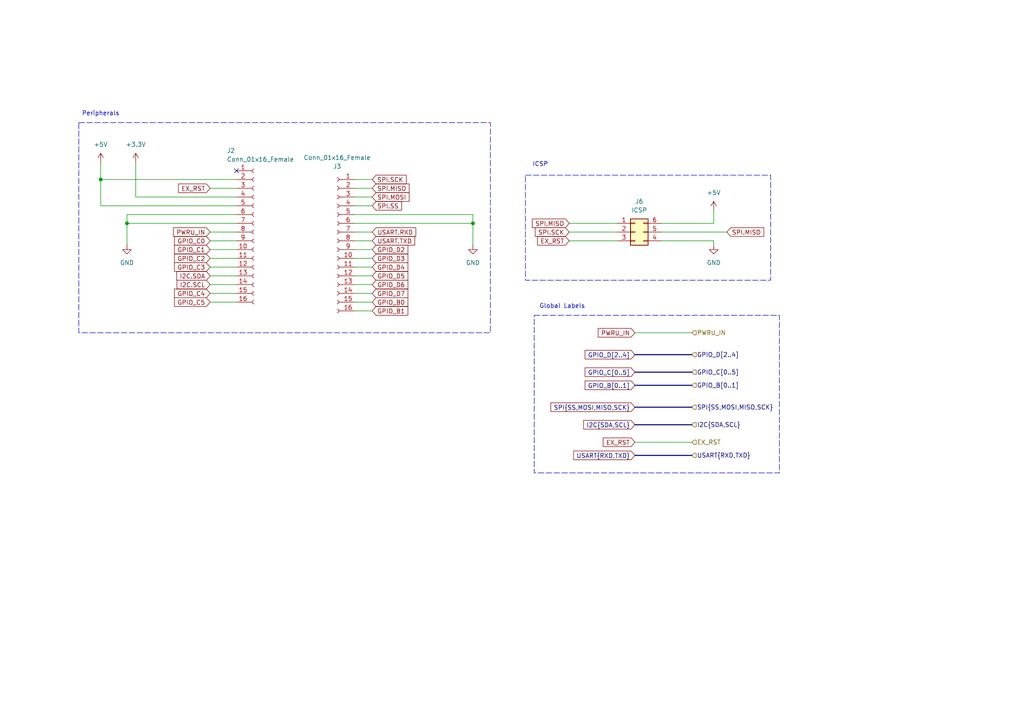
<source format=kicad_sch>
(kicad_sch (version 20231120) (generator "eeschema") (generator_version "8.0")
  (paper "A4")
  (lib_symbols
    (symbol "Connector:Conn_01x16_Socket" (pin_names (offset 1.016) hide)
      (property "Reference" "J" (at 0 20.32 0))
      (property "Value" "Conn_01x16_Socket" (at 0 -22.86 0))
      (symbol "Conn_01x16_Socket_1_1"
        (arc (start 0 -19.812) (mid -0.5058 -20.32) (end 0 -20.828) (stroke (width 0.1524)))
        (arc (start 0 -17.272) (mid -0.5058 -17.78) (end 0 -18.288) (stroke (width 0.1524)))
        (arc (start 0 -14.732) (mid -0.5058 -15.24) (end 0 -15.748) (stroke (width 0.1524)))
        (arc (start 0 -12.192) (mid -0.5058 -12.7) (end 0 -13.208) (stroke (width 0.1524)))
        (arc (start 0 -9.652) (mid -0.5058 -10.16) (end 0 -10.668) (stroke (width 0.1524)))
        (arc (start 0 -7.112) (mid -0.5058 -7.62) (end 0 -8.128) (stroke (width 0.1524)))
        (arc (start 0 -4.572) (mid -0.5058 -5.08) (end 0 -5.588) (stroke (width 0.1524)))
        (arc (start 0 -2.032) (mid -0.5058 -2.54) (end 0 -3.048) (stroke (width 0.1524)))
        (polyline (pts (xy -1.27 -20.32) (xy -0.508 -20.32)) (stroke (width 0.1524)))
        (polyline (pts (xy -1.27 -17.78) (xy -0.508 -17.78)) (stroke (width 0.1524)))
        (polyline (pts (xy -1.27 -15.24) (xy -0.508 -15.24)) (stroke (width 0.1524)))
        (polyline (pts (xy -1.27 -12.7) (xy -0.508 -12.7)) (stroke (width 0.1524)))
        (polyline (pts (xy -1.27 -10.16) (xy -0.508 -10.16)) (stroke (width 0.1524)))
        (polyline (pts (xy -1.27 -7.62) (xy -0.508 -7.62)) (stroke (width 0.1524)))
        (polyline (pts (xy -1.27 -5.08) (xy -0.508 -5.08)) (stroke (width 0.1524)))
        (polyline (pts (xy -1.27 -2.54) (xy -0.508 -2.54)) (stroke (width 0.1524)))
        (polyline (pts (xy -1.27 0) (xy -0.508 0)) (stroke (width 0.1524)))
        (polyline (pts (xy -1.27 2.54) (xy -0.508 2.54)) (stroke (width 0.1524)))
        (polyline (pts (xy -1.27 5.08) (xy -0.508 5.08)) (stroke (width 0.1524)))
        (polyline (pts (xy -1.27 7.62) (xy -0.508 7.62)) (stroke (width 0.1524)))
        (polyline (pts (xy -1.27 10.16) (xy -0.508 10.16)) (stroke (width 0.1524)))
        (polyline (pts (xy -1.27 12.7) (xy -0.508 12.7)) (stroke (width 0.1524)))
        (polyline (pts (xy -1.27 15.24) (xy -0.508 15.24)) (stroke (width 0.1524)))
        (polyline (pts (xy -1.27 17.78) (xy -0.508 17.78)) (stroke (width 0.1524)))
        (arc (start 0 0.508) (mid -0.5058 0) (end 0 -0.508) (stroke (width 0.1524)))
        (arc (start 0 3.048) (mid -0.5058 2.54) (end 0 2.032) (stroke (width 0.1524)))
        (arc (start 0 5.588) (mid -0.5058 5.08) (end 0 4.572) (stroke (width 0.1524)))
        (arc (start 0 8.128) (mid -0.5058 7.62) (end 0 7.112) (stroke (width 0.1524)))
        (arc (start 0 10.668) (mid -0.5058 10.16) (end 0 9.652) (stroke (width 0.1524)))
        (arc (start 0 13.208) (mid -0.5058 12.7) (end 0 12.192) (stroke (width 0.1524)))
        (arc (start 0 15.748) (mid -0.5058 15.24) (end 0 14.732) (stroke (width 0.1524)))
        (arc (start 0 18.288) (mid -0.5058 17.78) (end 0 17.272) (stroke (width 0.1524)))
        (pin passive line (at -5.08 17.78 0) (length 3.81) (name "Pin_1") (number "1"))
        (pin passive line (at -5.08 -5.08 0) (length 3.81) (name "Pin_10") (number "10"))
        (pin passive line (at -5.08 -7.62 0) (length 3.81) (name "Pin_11") (number "11"))
        (pin passive line (at -5.08 -10.16 0) (length 3.81) (name "Pin_12") (number "12"))
        (pin passive line (at -5.08 -12.7 0) (length 3.81) (name "Pin_13") (number "13"))
        (pin passive line (at -5.08 -15.24 0) (length 3.81) (name "Pin_14") (number "14"))
        (pin passive line (at -5.08 -17.78 0) (length 3.81) (name "Pin_15") (number "15"))
        (pin passive line (at -5.08 -20.32 0) (length 3.81) (name "Pin_16") (number "16"))
        (pin passive line (at -5.08 15.24 0) (length 3.81) (name "Pin_2") (number "2"))
        (pin passive line (at -5.08 12.7 0) (length 3.81) (name "Pin_3") (number "3"))
        (pin passive line (at -5.08 10.16 0) (length 3.81) (name "Pin_4") (number "4"))
        (pin passive line (at -5.08 7.62 0) (length 3.81) (name "Pin_5") (number "5"))
        (pin passive line (at -5.08 5.08 0) (length 3.81) (name "Pin_6") (number "6"))
        (pin passive line (at -5.08 2.54 0) (length 3.81) (name "Pin_7") (number "7"))
        (pin passive line (at -5.08 0 0) (length 3.81) (name "Pin_8") (number "8"))
        (pin passive line (at -5.08 -2.54 0) (length 3.81) (name "Pin_9") (number "9"))
      )
    )
    (symbol "Connector_Generic:Conn_02x03_Counter_Clockwise" (pin_names (offset 1.016) hide)
      (property "Reference" "J" (at 1.27 5.08 0))
      (property "Value" "Conn_02x03_Counter_Clockwise" (at 1.27 -5.08 0))
      (symbol "Conn_02x03_Counter_Clockwise_1_1"
        (rectangle (start -1.27 -2.413) (end 0 -2.667) (stroke (width 0.1524)))
        (rectangle (start -1.27 0.127) (end 0 -0.127) (stroke (width 0.1524)))
        (rectangle (start -1.27 2.667) (end 0 2.413) (stroke (width 0.1524)))
        (rectangle (start -1.27 3.81) (end 3.81 -3.81) (stroke (width 0.254)) (fill (type background)))
        (rectangle (start 3.81 -2.413) (end 2.54 -2.667) (stroke (width 0.1524)))
        (rectangle (start 3.81 0.127) (end 2.54 -0.127) (stroke (width 0.1524)))
        (rectangle (start 3.81 2.667) (end 2.54 2.413) (stroke (width 0.1524)))
        (pin passive line (at -5.08 2.54 0) (length 3.81) (name "Pin_1") (number "1"))
        (pin passive line (at -5.08 0 0) (length 3.81) (name "Pin_2") (number "2"))
        (pin passive line (at -5.08 -2.54 0) (length 3.81) (name "Pin_3") (number "3"))
        (pin passive line (at 7.62 -2.54 180) (length 3.81) (name "Pin_4") (number "4"))
        (pin passive line (at 7.62 0 180) (length 3.81) (name "Pin_5") (number "5"))
        (pin passive line (at 7.62 2.54 180) (length 3.81) (name "Pin_6") (number "6"))
      )
    )
    (symbol "power:+3.3V" (power) (pin_numbers hide) (pin_names (offset 0) hide)
      (property "Value" "+3.3V" (at 0 3.556 0))
      (symbol "+3.3V_0_1"
        (polyline (pts (xy -0.762 1.27) (xy 0 2.54)))
        (polyline (pts (xy 0 0) (xy 0 2.54)))
        (polyline (pts (xy 0 2.54) (xy 0.762 1.27)))
      )
      (symbol "+3.3V_1_1"
        (pin power_in line (at 0 0 90) (length 0) (name "~") (number "1"))
      )
    )
    (symbol "power:+5V" (power) (pin_numbers hide) (pin_names (offset 0) hide)
      (property "Value" "+5V" (at 0 3.556 0))
      (symbol "+5V_0_1"
        (polyline (pts (xy -0.762 1.27) (xy 0 2.54)))
        (polyline (pts (xy 0 0) (xy 0 2.54)))
        (polyline (pts (xy 0 2.54) (xy 0.762 1.27)))
      )
      (symbol "+5V_1_1"
        (pin power_in line (at 0 0 90) (length 0) (name "~") (number "1"))
      )
    )
    (symbol "power:GND" (power) (pin_numbers hide) (pin_names (offset 0) hide)
      (property "Value" "GND" (at 0 -3.81 0))
      (symbol "GND_0_1"
        (polyline (pts (xy 0 0) (xy 0 -1.27) (xy 1.27 -1.27) (xy 0 -2.54) (xy -1.27 -1.27) (xy 0 -1.27)))
      )
      (symbol "GND_1_1"
        (pin power_in line (at 0 0 270) (length 0) (name "~") (number "1"))
      )
    )
  )
  (junction (at 36.83 64.77))
  (junction (at 137.16 64.77))
  (junction (at 29.21 52.07))
  (no_connect (at 68.58 49.53))
  (wire (pts (xy 102.87 57.15) (xy 107.95 57.15)))
  (wire (pts (xy 102.87 59.69) (xy 107.95 59.69)))
  (wire (pts (xy 60.96 85.09) (xy 68.58 85.09)))
  (wire (pts (xy 60.96 67.31) (xy 68.58 67.31)))
  (wire (pts (xy 191.77 67.31) (xy 210.82 67.31)))
  (wire (pts (xy 102.87 82.55) (xy 107.95 82.55)))
  (bus (pts (xy 184.15 118.11) (xy 200.66 118.11)))
  (wire (pts (xy 191.77 69.85) (xy 207.01 69.85)))
  (wire (pts (xy 29.21 52.07) (xy 68.58 52.07)))
  (wire (pts (xy 102.87 74.93) (xy 107.95 74.93)))
  (wire (pts (xy 60.96 82.55) (xy 68.58 82.55)))
  (wire (pts (xy 60.96 72.39) (xy 68.58 72.39)))
  (wire (pts (xy 184.15 128.27) (xy 200.66 128.27)))
  (wire (pts (xy 102.87 85.09) (xy 107.95 85.09)))
  (wire (pts (xy 68.58 62.23) (xy 36.83 62.23)))
  (wire (pts (xy 137.16 64.77) (xy 137.16 71.12)))
  (wire (pts (xy 60.96 69.85) (xy 68.58 69.85)))
  (wire (pts (xy 137.16 62.23) (xy 137.16 64.77)))
  (wire (pts (xy 102.87 77.47) (xy 107.95 77.47)))
  (wire (pts (xy 191.77 64.77) (xy 207.01 64.77)))
  (wire (pts (xy 102.87 54.61) (xy 107.95 54.61)))
  (bus (pts (xy 184.15 107.95) (xy 200.66 107.95)))
  (wire (pts (xy 102.87 72.39) (xy 107.95 72.39)))
  (wire (pts (xy 102.87 80.01) (xy 107.95 80.01)))
  (wire (pts (xy 102.87 90.17) (xy 107.95 90.17)))
  (bus (pts (xy 184.15 123.19) (xy 200.66 123.19)))
  (wire (pts (xy 36.83 62.23) (xy 36.83 64.77)))
  (wire (pts (xy 102.87 69.85) (xy 107.95 69.85)))
  (wire (pts (xy 165.1 69.85) (xy 179.07 69.85)))
  (wire (pts (xy 68.58 64.77) (xy 36.83 64.77)))
  (wire (pts (xy 165.1 67.31) (xy 179.07 67.31)))
  (wire (pts (xy 60.96 80.01) (xy 68.58 80.01)))
  (wire (pts (xy 207.01 69.85) (xy 207.01 71.12)))
  (wire (pts (xy 60.96 77.47) (xy 68.58 77.47)))
  (wire (pts (xy 60.96 87.63) (xy 68.58 87.63)))
  (wire (pts (xy 39.37 46.99) (xy 39.37 57.15)))
  (wire (pts (xy 102.87 67.31) (xy 107.95 67.31)))
  (bus (pts (xy 184.15 111.76) (xy 200.66 111.76)))
  (wire (pts (xy 102.87 62.23) (xy 137.16 62.23)))
  (wire (pts (xy 60.96 74.93) (xy 68.58 74.93)))
  (wire (pts (xy 102.87 64.77) (xy 137.16 64.77)))
  (wire (pts (xy 207.01 64.77) (xy 207.01 60.96)))
  (bus (pts (xy 184.15 102.87) (xy 200.66 102.87)))
  (wire (pts (xy 68.58 59.69) (xy 29.21 59.69)))
  (wire (pts (xy 39.37 57.15) (xy 68.58 57.15)))
  (wire (pts (xy 60.96 54.61) (xy 68.58 54.61)))
  (wire (pts (xy 165.1 64.77) (xy 179.07 64.77)))
  (wire (pts (xy 36.83 64.77) (xy 36.83 71.12)))
  (wire (pts (xy 184.15 96.52) (xy 200.66 96.52)))
  (wire (pts (xy 29.21 52.07) (xy 29.21 59.69)))
  (wire (pts (xy 29.21 46.99) (xy 29.21 52.07)))
  (wire (pts (xy 102.87 52.07) (xy 107.95 52.07)))
  (wire (pts (xy 102.87 87.63) (xy 107.95 87.63)))
  (bus (pts (xy 184.15 132.08) (xy 200.66 132.08)))
  (rectangle (start 22.86 35.56) (end 142.24 96.52) (stroke (width 0) (type dash)))
  (rectangle (start 154.94 91.44) (end 226.06 137.16) (stroke (width 0) (type dash)))
  (rectangle (start 152.4 50.8) (end 223.52 81.28) (stroke (width 0) (type dash)))
  (text "Peripherals" (at 29.21 33.02 0) (effects (font (size 1.27 1.27))))
  (text "Global Labels\n" (at 163.068 88.9 0) (effects (font (size 1.27 1.27))))
  (text "ICSP\n" (at 156.718 47.752 0) (effects (font (size 1.27 1.27))))
  (global_label "GPIO_C4" (shape input) (at 60.96 85.09 180) (property "Intersheetrefs" "${INTERSHEET_REFS}" (effects (hide yes))))
  (global_label "I2C{SDA,SCL}" (shape input) (at 184.15 123.19 180) (property "Intersheetrefs" "${INTERSHEET_REFS}" (effects (hide yes))))
  (global_label "USART.TXD" (shape input) (at 107.95 69.85 0) (property "Intersheetrefs" "${INTERSHEET_REFS}" (effects (hide yes))))
  (global_label "GPIO_C2" (shape input) (at 60.96 74.93 180) (property "Intersheetrefs" "${INTERSHEET_REFS}" (effects (hide yes))))
  (global_label "USART{RXD,TXD}" (shape input) (at 184.15 132.08 180) (property "Intersheetrefs" "${INTERSHEET_REFS}" (effects (hide yes))))
  (global_label "SPI.SCK" (shape input) (at 107.95 52.07 0) (property "Intersheetrefs" "${INTERSHEET_REFS}" (effects (hide yes))))
  (global_label "GPIO_D6" (shape input) (at 107.95 82.55 0) (property "Intersheetrefs" "${INTERSHEET_REFS}" (effects (hide yes))))
  (global_label "GPIO_C0" (shape input) (at 60.96 69.85 180) (property "Intersheetrefs" "${INTERSHEET_REFS}" (effects (hide yes))))
  (global_label "I2C.SDA" (shape input) (at 60.96 80.01 180) (property "Intersheetrefs" "${INTERSHEET_REFS}" (effects (hide yes))))
  (global_label "GPIO_D4" (shape input) (at 107.95 77.47 0) (property "Intersheetrefs" "${INTERSHEET_REFS}" (effects (hide yes))))
  (global_label "USART.RXD" (shape input) (at 107.95 67.31 0) (property "Intersheetrefs" "${INTERSHEET_REFS}" (effects (hide yes))))
  (global_label "PWRU_IN" (shape input) (at 60.96 67.31 180) (property "Intersheetrefs" "${INTERSHEET_REFS}" (effects (hide yes))))
  (global_label "SPI.MOSI" (shape input) (at 107.95 57.15 0) (property "Intersheetrefs" "${INTERSHEET_REFS}" (effects (hide yes))))
  (global_label "GPIO_B1" (shape input) (at 107.95 90.17 0) (property "Intersheetrefs" "${INTERSHEET_REFS}" (effects (hide yes))))
  (global_label "GPIO_C[0..5]" (shape input) (at 184.15 107.95 180) (property "Intersheetrefs" "${INTERSHEET_REFS}" (effects (hide yes))))
  (global_label "SPI.SS" (shape input) (at 107.95 59.69 0) (property "Intersheetrefs" "${INTERSHEET_REFS}" (effects (hide yes))))
  (global_label "EX_RST" (shape input) (at 184.15 128.27 180) (property "Intersheetrefs" "${INTERSHEET_REFS}" (effects (hide yes))))
  (global_label "SPI{SS,MOSI,MISO,SCK}" (shape input) (at 184.15 118.11 180) (property "Intersheetrefs" "${INTERSHEET_REFS}" (effects (hide yes))))
  (global_label "GPIO_B[0..1]" (shape input) (at 184.15 111.76 180) (property "Intersheetrefs" "${INTERSHEET_REFS}" (effects (hide yes))))
  (global_label "SPI.MISO" (shape input) (at 210.82 67.31 0) (property "Intersheetrefs" "${INTERSHEET_REFS}" (effects (hide yes))))
  (global_label "GPIO_C3" (shape input) (at 60.96 77.47 180) (property "Intersheetrefs" "${INTERSHEET_REFS}" (effects (hide yes))))
  (global_label "GPIO_D2" (shape input) (at 107.95 72.39 0) (property "Intersheetrefs" "${INTERSHEET_REFS}" (effects (hide yes))))
  (global_label "I2C.SCL" (shape input) (at 60.96 82.55 180) (property "Intersheetrefs" "${INTERSHEET_REFS}" (effects (hide yes))))
  (global_label "SPI.SCK" (shape input) (at 165.1 67.31 180) (property "Intersheetrefs" "${INTERSHEET_REFS}" (effects (hide yes))))
  (global_label "EX_RST" (shape input) (at 60.96 54.61 180) (property "Intersheetrefs" "${INTERSHEET_REFS}" (effects (hide yes))))
  (global_label "PWRU_IN" (shape input) (at 184.15 96.52 180) (property "Intersheetrefs" "${INTERSHEET_REFS}" (effects (hide yes))))
  (global_label "GPIO_D7" (shape input) (at 107.95 85.09 0) (property "Intersheetrefs" "${INTERSHEET_REFS}" (effects (hide yes))))
  (global_label "EX_RST" (shape input) (at 165.1 69.85 180) (property "Intersheetrefs" "${INTERSHEET_REFS}" (effects (hide yes))))
  (global_label "GPIO_D5" (shape input) (at 107.95 80.01 0) (property "Intersheetrefs" "${INTERSHEET_REFS}" (effects (hide yes))))
  (global_label "GPIO_D3" (shape input) (at 107.95 74.93 0) (property "Intersheetrefs" "${INTERSHEET_REFS}" (effects (hide yes))))
  (global_label "GPIO_C5" (shape input) (at 60.96 87.63 180) (property "Intersheetrefs" "${INTERSHEET_REFS}" (effects (hide yes))))
  (global_label "GPIO_C1" (shape input) (at 60.96 72.39 180) (property "Intersheetrefs" "${INTERSHEET_REFS}" (effects (hide yes))))
  (global_label "GPIO_D[2..4]" (shape input) (at 184.15 102.87 180) (property "Intersheetrefs" "${INTERSHEET_REFS}" (effects (hide yes))))
  (global_label "SPI.MISO" (shape input) (at 107.95 54.61 0) (property "Intersheetrefs" "${INTERSHEET_REFS}" (effects (hide yes))))
  (global_label "GPIO_B0" (shape input) (at 107.95 87.63 0) (property "Intersheetrefs" "${INTERSHEET_REFS}" (effects (hide yes))))
  (global_label "SPI.MISO" (shape input) (at 165.1 64.77 180) (property "Intersheetrefs" "${INTERSHEET_REFS}" (effects (hide yes))))
  (hierarchical_label "EX_RST" (shape input) (at 200.66 128.27 0))
  (hierarchical_label "USART{RXD,TXD}" (shape input) (at 200.66 132.08 0))
  (hierarchical_label "PWRU_IN" (shape input) (at 200.66 96.52 0))
  (hierarchical_label "GPIO_C[0..5]" (shape input) (at 200.66 107.95 0))
  (hierarchical_label "I2C{SDA,SCL}" (shape input) (at 200.66 123.19 0))
  (hierarchical_label "GPIO_B[0..1]" (shape input) (at 200.66 111.76 0))
  (hierarchical_label "GPIO_D[2..4]" (shape input) (at 200.66 102.87 0))
  (hierarchical_label "SPI{SS,MOSI,MISO,SCK}" (shape input) (at 200.66 118.11 0))
  (symbol (lib_id "Connector:Conn_01x16_Socket") (at 97.79 69.85 0) (mirror y) (unit 1)
    (property "Reference" "J3" (at 97.79 48.26 0))
    (property "Value" "Conn_01x16_Female" (at 97.79 45.72 0))
    (property "Footprint" "Connector_PinHeader_2.54mm:PinHeader_1x16_P2.54mm_Vertical" (effects (hide yes)))
    (property "Description" "Generic connector, single row, 01x16, script generated" (effects (hide yes)))
  )
  (symbol (lib_id "power:GND") (at 137.16 71.12 0) (unit 1)
    (property "Reference" "#PWR031" (effects (hide yes)))
    (property "Value" "GND" (at 137.16 76.2 0))
    (property "Description" "Power symbol creates a global label with name \"GND\" , ground" (effects (hide yes)))
  )
  (symbol (lib_id "power:GND") (at 36.83 71.12 0) (unit 1)
    (property "Reference" "#PWR032" (effects (hide yes)))
    (property "Value" "GND" (at 36.83 76.2 0))
    (property "Description" "Power symbol creates a global label with name \"GND\" , ground" (effects (hide yes)))
  )
  (symbol (lib_id "power:+5V") (at 207.01 60.96 0) (unit 1)
    (property "Reference" "#PWR035" (effects (hide yes)))
    (property "Value" "+5V" (at 207.01 55.88 0))
    (property "Description" "Power symbol creates a global label with name \"+5V\"" (effects (hide yes)))
  )
  (symbol (lib_id "power:GND") (at 207.01 71.12 0) (unit 1)
    (property "Reference" "#PWR036" (effects (hide yes)))
    (property "Value" "GND" (at 207.01 76.2 0))
    (property "Description" "Power symbol creates a global label with name \"GND\" , ground" (effects (hide yes)))
  )
  (symbol (lib_id "Connector_Generic:Conn_02x03_Counter_Clockwise") (at 184.15 67.31 0) (unit 1)
    (property "Reference" "J6" (at 185.42 58.42 0))
    (property "Value" "ICSP" (at 185.42 60.96 0))
    (property "Footprint" "Connector_PinSocket_2.54mm:PinSocket_2x03_P2.54mm_Vertical" (effects (hide yes)))
    (property "Description" "Generic connector, double row, 02x03, counter clockwise pin numbering scheme (similar to DIP package numbering), script generated (kicad-library-utils/schlib/autogen/connector/)" (effects (hide yes)))
  )
  (symbol (lib_id "power:+5V") (at 29.21 46.99 0) (unit 1)
    (property "Reference" "#PWR033" (effects (hide yes)))
    (property "Value" "+5V" (at 29.21 41.91 0))
    (property "Description" "Power symbol creates a global label with name \"+5V\"" (effects (hide yes)))
  )
  (symbol (lib_id "Connector:Conn_01x16_Socket") (at 73.66 67.31 0) (unit 1)
    (property "Reference" "J2" (at 65.786 43.688 0) (effects (justify left)))
    (property "Value" "Conn_01x16_Female" (at 65.786 46.228 0) (effects (justify left)))
    (property "Footprint" "Connector_PinHeader_2.54mm:PinHeader_1x16_P2.54mm_Vertical" (effects (hide yes)))
    (property "Description" "Generic connector, single row, 01x16, script generated" (effects (hide yes)))
  )
  (symbol (lib_id "power:+3.3V") (at 39.37 46.99 0) (unit 1)
    (property "Reference" "#PWR034" (effects (hide yes)))
    (property "Value" "+3.3V" (at 39.37 41.91 0))
    (property "Description" "Power symbol creates a global label with name \"+3.3V\"" (effects (hide yes)))
  )
)
</source>
